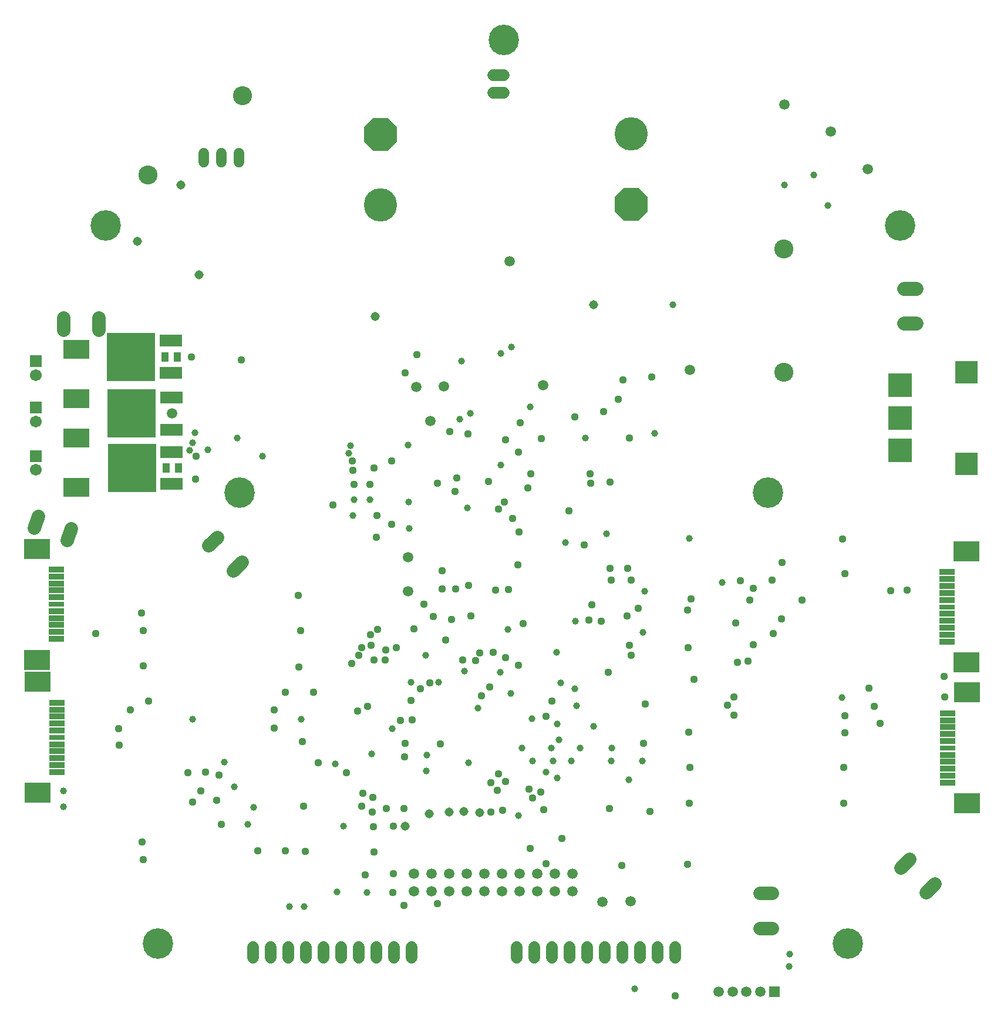
<source format=gbs>
G75*
%MOIN*%
%OFA0B0*%
%FSLAX25Y25*%
%IPPOS*%
%LPD*%
%AMOC8*
5,1,8,0,0,1.08239X$1,22.5*
%
%ADD10C,0.05950*%
%ADD11C,0.07850*%
%ADD12R,0.05950X0.05950*%
%ADD13C,0.18900*%
%ADD14OC8,0.18900*%
%ADD15C,0.06737*%
%ADD16R,0.06737X0.06737*%
%ADD17R,0.14800X0.10800*%
%ADD18R,0.27178X0.27178*%
%ADD19R,0.12611X0.07099*%
%ADD20C,0.07800*%
%ADD21C,0.06800*%
%ADD22R,0.13800X0.13800*%
%ADD23R,0.12611X0.12611*%
%ADD24R,0.03950X0.05524*%
%ADD25R,0.08674X0.03202*%
%ADD26R,0.08674X0.03162*%
%ADD27R,0.14973X0.11351*%
%ADD28C,0.10800*%
%ADD29C,0.05950*%
%ADD30C,0.04369*%
%ADD31C,0.03900*%
%ADD32C,0.05156*%
%ADD33C,0.17300*%
D10*
X0570022Y0361760D03*
X0708830Y0376978D03*
X0724426Y0377156D03*
X0716811Y0357474D03*
X0780691Y0377953D03*
X0864276Y0386356D03*
X0761755Y0448085D03*
X0917910Y0537149D03*
X0944149Y0521674D03*
X0965047Y0500438D03*
X0704320Y0280028D03*
X0704320Y0260815D03*
X0707407Y0100544D03*
X0717407Y0100544D03*
X0727407Y0100544D03*
X0737407Y0100544D03*
X0747407Y0100544D03*
X0757407Y0100544D03*
X0767407Y0100544D03*
X0777407Y0100544D03*
X0787407Y0100544D03*
X0797407Y0100544D03*
X0797407Y0090544D03*
X0787407Y0090544D03*
X0777407Y0090544D03*
X0767407Y0090544D03*
X0757407Y0090544D03*
X0747407Y0090544D03*
X0737407Y0090544D03*
X0727407Y0090544D03*
X0717407Y0090544D03*
X0707407Y0090544D03*
X0814355Y0084587D03*
X0830407Y0084685D03*
X0880557Y0033665D03*
X0888431Y0033665D03*
X0896305Y0033665D03*
X0904179Y0033665D03*
D11*
X0985877Y0412869D02*
X0992927Y0412869D01*
X0992927Y0432554D02*
X0985877Y0432554D01*
D12*
X0912053Y0033665D03*
D13*
X0688382Y0480278D03*
X0830717Y0520441D03*
D14*
X0830717Y0480441D03*
X0688382Y0520278D03*
D15*
X0492918Y0383566D03*
X0492897Y0357190D03*
X0492842Y0329718D03*
D16*
X0492842Y0337592D03*
X0492897Y0365064D03*
X0492918Y0391440D03*
D17*
X0515714Y0398028D03*
X0515714Y0370028D03*
X0515706Y0347849D03*
X0515706Y0319849D03*
D18*
X0547350Y0330807D03*
X0547056Y0361726D03*
X0546763Y0393962D03*
D19*
X0569401Y0384907D03*
X0569694Y0370782D03*
X0569694Y0352671D03*
X0569988Y0339862D03*
X0569988Y0321752D03*
X0569401Y0403017D03*
D20*
X0528340Y0409270D02*
X0528340Y0416270D01*
X0508340Y0416270D02*
X0508340Y0409270D01*
X0494135Y0303395D02*
X0491741Y0296817D01*
X0510535Y0289977D02*
X0512929Y0296555D01*
X0590797Y0286708D02*
X0595747Y0291658D01*
X0609889Y0277516D02*
X0604939Y0272566D01*
X0903714Y0089519D02*
X0910714Y0089519D01*
X0910714Y0069519D02*
X0903714Y0069519D01*
X0983954Y0103959D02*
X0988904Y0108909D01*
X1003046Y0094767D02*
X0998096Y0089817D01*
D21*
X0855933Y0058800D02*
X0855933Y0052800D01*
X0845933Y0052800D02*
X0845933Y0058800D01*
X0835933Y0058800D02*
X0835933Y0052800D01*
X0825933Y0052800D02*
X0825933Y0058800D01*
X0815933Y0058800D02*
X0815933Y0052800D01*
X0805933Y0052800D02*
X0805933Y0058800D01*
X0795933Y0058800D02*
X0795933Y0052800D01*
X0785933Y0052800D02*
X0785933Y0058800D01*
X0775933Y0058800D02*
X0775933Y0052800D01*
X0765933Y0052800D02*
X0765933Y0058800D01*
X0706051Y0058800D02*
X0706051Y0052800D01*
X0696051Y0052800D02*
X0696051Y0058800D01*
X0686051Y0058800D02*
X0686051Y0052800D01*
X0676051Y0052800D02*
X0676051Y0058800D01*
X0666051Y0058800D02*
X0666051Y0052800D01*
X0656051Y0052800D02*
X0656051Y0058800D01*
X0646051Y0058800D02*
X0646051Y0052800D01*
X0636051Y0052800D02*
X0636051Y0058800D01*
X0626051Y0058800D02*
X0626051Y0052800D01*
X0616051Y0052800D02*
X0616051Y0058800D01*
X0752530Y0543714D02*
X0758530Y0543714D01*
X0758530Y0553714D02*
X0752530Y0553714D01*
D22*
X0983558Y0377808D03*
X0983558Y0359308D03*
X0983558Y0340808D03*
D23*
X1021058Y0333308D03*
X1021058Y0385308D03*
D24*
X0573198Y0393991D03*
X0566111Y0393991D03*
X0566825Y0330776D03*
X0573912Y0330776D03*
D25*
X0504573Y0273172D03*
X0504573Y0269235D03*
X0504573Y0265298D03*
X0504573Y0261361D03*
X0504573Y0257424D03*
X0504573Y0249550D03*
X0504573Y0245613D03*
X0504573Y0241676D03*
X0504573Y0237739D03*
X0504573Y0233802D03*
X0504906Y0197577D03*
X0504906Y0193640D03*
X0504906Y0189703D03*
X0504906Y0185766D03*
X0504906Y0181829D03*
X0504906Y0173955D03*
X0504906Y0170017D03*
X0504906Y0166080D03*
X0504906Y0162143D03*
X0504906Y0158206D03*
X1010396Y0160092D03*
X1010396Y0164029D03*
X1010396Y0167966D03*
X1010396Y0175840D03*
X1010396Y0179777D03*
X1010396Y0183714D03*
X1010396Y0187651D03*
X1010396Y0191588D03*
X1010396Y0156155D03*
X1010396Y0152218D03*
X1010080Y0232322D03*
X1010080Y0236259D03*
X1010080Y0240196D03*
X1010080Y0244133D03*
X1010080Y0248070D03*
X1010080Y0255944D03*
X1010080Y0259881D03*
X1010080Y0263818D03*
X1010080Y0267755D03*
X1010080Y0271692D03*
D26*
X1010080Y0252007D03*
X1010396Y0171903D03*
X0504906Y0177892D03*
X0504573Y0253487D03*
D27*
X0493883Y0146395D03*
X0493883Y0209388D03*
X0493549Y0221991D03*
X0493549Y0284983D03*
X1021104Y0283503D03*
X1021104Y0220511D03*
X1021420Y0203399D03*
X1021420Y0140407D03*
D28*
X0917325Y0385144D03*
X0917325Y0455144D03*
X0610243Y0542012D03*
X0556620Y0497017D03*
D29*
X0588266Y0504403D02*
X0588266Y0509553D01*
X0598266Y0509553D02*
X0598266Y0504403D01*
X0608266Y0504403D02*
X0608266Y0509553D01*
D30*
X0581133Y0394000D03*
X0609333Y0392200D03*
X0583933Y0337500D03*
X0583533Y0324400D03*
X0661533Y0310000D03*
X0673533Y0321400D03*
X0672933Y0329400D03*
X0672333Y0335000D03*
X0684733Y0331000D03*
X0682333Y0321400D03*
X0694733Y0335000D03*
X0720933Y0322200D03*
X0730933Y0317400D03*
X0731933Y0325200D03*
X0749933Y0323200D03*
X0758933Y0311400D03*
X0755533Y0307400D03*
X0763333Y0302200D03*
X0767133Y0294600D03*
X0766533Y0276000D03*
X0761133Y0261800D03*
X0753733Y0261600D03*
X0738533Y0264200D03*
X0731133Y0262200D03*
X0723533Y0262200D03*
X0723333Y0272400D03*
X0713133Y0253600D03*
X0718333Y0246400D03*
X0728933Y0245000D03*
X0739933Y0246800D03*
X0725533Y0233200D03*
X0735133Y0221800D03*
X0742533Y0221400D03*
X0744933Y0225800D03*
X0752533Y0226200D03*
X0759333Y0223200D03*
X0766933Y0218800D03*
X0750533Y0206600D03*
X0745733Y0201600D03*
X0716533Y0208800D03*
X0711133Y0205400D03*
X0705933Y0199000D03*
X0706533Y0188000D03*
X0699733Y0187600D03*
X0702333Y0174600D03*
X0702133Y0166800D03*
X0722333Y0174200D03*
X0755533Y0157200D03*
X0759333Y0152800D03*
X0754733Y0148000D03*
X0751133Y0152200D03*
X0751133Y0135400D03*
X0757933Y0136600D03*
X0774933Y0143600D03*
X0772933Y0148400D03*
X0779333Y0147000D03*
X0781133Y0137000D03*
X0791533Y0120600D03*
X0773333Y0115000D03*
X0782333Y0106200D03*
X0825333Y0105200D03*
X0862733Y0105800D03*
X0841533Y0135800D03*
X0863933Y0140600D03*
X0864133Y0160800D03*
X0863533Y0180800D03*
X0885333Y0196200D03*
X0889133Y0200800D03*
X0889133Y0190600D03*
X0866533Y0210800D03*
X0891133Y0220600D03*
X0897133Y0221200D03*
X0900133Y0230400D03*
X0911533Y0236800D03*
X0916133Y0245200D03*
X0927933Y0256000D03*
X0910933Y0267200D03*
X0916333Y0277200D03*
X0900133Y0262600D03*
X0898133Y0256000D03*
X0892733Y0267000D03*
X0864733Y0256400D03*
X0862933Y0250200D03*
X0890133Y0242800D03*
X0863133Y0229000D03*
X0834933Y0251200D03*
X0828533Y0247000D03*
X0813733Y0244000D03*
X0806933Y0244400D03*
X0808333Y0253200D03*
X0819333Y0267200D03*
X0818933Y0273800D03*
X0828733Y0273800D03*
X0830733Y0267200D03*
X0804133Y0287200D03*
X0795333Y0306600D03*
X0772133Y0319600D03*
X0773733Y0327400D03*
X0766733Y0340000D03*
X0759333Y0346800D03*
X0767733Y0356400D03*
X0779933Y0347400D03*
X0798933Y0360000D03*
X0815133Y0362800D03*
X0823333Y0370000D03*
X0826133Y0380800D03*
X0842333Y0382600D03*
X0829733Y0348000D03*
X0807533Y0327600D03*
X0807933Y0322200D03*
X0818733Y0322800D03*
X0738133Y0350200D03*
X0727733Y0351400D03*
X0702333Y0385000D03*
X0709133Y0395200D03*
X0686533Y0304000D03*
X0694933Y0298800D03*
X0686133Y0291600D03*
X0641933Y0258400D03*
X0643133Y0238400D03*
X0642133Y0218000D03*
X0634333Y0203600D03*
X0650333Y0203400D03*
X0628133Y0193400D03*
X0628133Y0183200D03*
X0644133Y0175600D03*
X0653133Y0163400D03*
X0669133Y0158000D03*
X0678333Y0146200D03*
X0684133Y0143800D03*
X0677933Y0139000D03*
X0683733Y0135600D03*
X0691733Y0137400D03*
X0701933Y0137400D03*
X0695733Y0127400D03*
X0684533Y0127200D03*
X0684933Y0112800D03*
X0695733Y0100600D03*
X0695533Y0090000D03*
X0701733Y0082600D03*
X0720933Y0083400D03*
X0679733Y0100000D03*
X0645733Y0113200D03*
X0634333Y0113400D03*
X0618733Y0113600D03*
X0598133Y0128400D03*
X0595333Y0142200D03*
X0586533Y0147400D03*
X0581933Y0141200D03*
X0579133Y0158000D03*
X0589133Y0158200D03*
X0596933Y0156600D03*
X0644733Y0138800D03*
X0675533Y0193000D03*
X0681133Y0195400D03*
X0672133Y0220000D03*
X0676133Y0224600D03*
X0677933Y0229000D03*
X0683133Y0230200D03*
X0682933Y0236200D03*
X0686933Y0239200D03*
X0691333Y0227600D03*
X0691133Y0222000D03*
X0684933Y0221800D03*
X0697333Y0228800D03*
X0707533Y0239400D03*
X0769533Y0242600D03*
X0817933Y0214800D03*
X0830733Y0224600D03*
X0829933Y0230200D03*
X0838733Y0197000D03*
X0837933Y0174600D03*
X0785733Y0198400D03*
X0782333Y0190000D03*
X0818533Y0137600D03*
X0951533Y0140600D03*
X0951533Y0160800D03*
X0952133Y0180600D03*
X0952133Y0190200D03*
X0968933Y0195400D03*
X0965733Y0205800D03*
X0972133Y0186000D03*
X1008733Y0201000D03*
X1008333Y0212600D03*
X0987533Y0261600D03*
X0978133Y0261200D03*
X0952133Y0270800D03*
X0950933Y0290600D03*
X0552733Y0248600D03*
X0553733Y0238600D03*
X0526933Y0236800D03*
X0553933Y0218400D03*
X0556933Y0198400D03*
X0546533Y0193400D03*
X0539933Y0183000D03*
X0540133Y0173400D03*
X0553133Y0118400D03*
X0553733Y0108600D03*
X0855733Y0031200D03*
D31*
X0832933Y0035200D03*
X0920533Y0047800D03*
X0920733Y0055000D03*
X0829533Y0153800D03*
X0837133Y0164400D03*
X0819333Y0164400D03*
X0819733Y0171800D03*
X0801933Y0171800D03*
X0796933Y0164400D03*
X0786533Y0164400D03*
X0782533Y0158200D03*
X0788933Y0154800D03*
X0774733Y0164600D03*
X0768733Y0171800D03*
X0785533Y0171800D03*
X0789933Y0176600D03*
X0788733Y0185600D03*
X0809333Y0184200D03*
X0799933Y0195800D03*
X0798733Y0205400D03*
X0790933Y0209000D03*
X0788533Y0226200D03*
X0760733Y0239200D03*
X0756533Y0215000D03*
X0762333Y0202800D03*
X0774533Y0188400D03*
X0743933Y0194600D03*
X0721333Y0209200D03*
X0705933Y0209200D03*
X0714133Y0224400D03*
X0736133Y0215400D03*
X0695133Y0183000D03*
X0683333Y0168600D03*
X0662933Y0163000D03*
X0643533Y0188200D03*
X0599733Y0163800D03*
X0605533Y0150000D03*
X0616333Y0138200D03*
X0613133Y0128400D03*
X0667333Y0127400D03*
X0714533Y0159000D03*
X0714733Y0167800D03*
X0738533Y0163400D03*
X0766733Y0133400D03*
X0680933Y0090000D03*
X0663733Y0090200D03*
X0645133Y0082000D03*
X0636933Y0082000D03*
X0508333Y0138400D03*
X0508533Y0147400D03*
X0581933Y0188200D03*
X0704733Y0296400D03*
X0704533Y0311400D03*
X0682333Y0312800D03*
X0673333Y0312800D03*
X0672933Y0303800D03*
X0670333Y0339200D03*
X0671383Y0343600D03*
X0704133Y0343800D03*
X0733333Y0358600D03*
X0739333Y0361800D03*
X0773533Y0365400D03*
X0804933Y0348000D03*
X0844215Y0350481D03*
X0762733Y0399400D03*
X0756933Y0396000D03*
X0734333Y0391400D03*
X0756933Y0332600D03*
X0737733Y0308200D03*
X0793533Y0288400D03*
X0816933Y0293400D03*
X0838533Y0260800D03*
X0837333Y0237400D03*
X0799133Y0243800D03*
X0863733Y0290800D03*
X0882333Y0266000D03*
X0950533Y0200600D03*
X0621433Y0337400D03*
X0607133Y0347900D03*
X0590533Y0341300D03*
X0581733Y0345200D03*
X0580033Y0340800D03*
X0583133Y0350850D03*
X0854333Y0423400D03*
X0942333Y0479800D03*
X0917933Y0491600D03*
X0934533Y0497200D03*
D32*
X0809533Y0423400D03*
X0685333Y0416800D03*
X0585333Y0440600D03*
X0550533Y0459600D03*
X0575133Y0491400D03*
X0716133Y0134400D03*
X0727333Y0135600D03*
X0735933Y0135800D03*
X0744933Y0135200D03*
X0702333Y0127600D03*
D33*
X0562073Y0060970D03*
X0953806Y0060970D03*
X0908333Y0316876D03*
X0983333Y0468450D03*
X0758386Y0573926D03*
X0532546Y0468450D03*
X0608333Y0316876D03*
M02*

</source>
